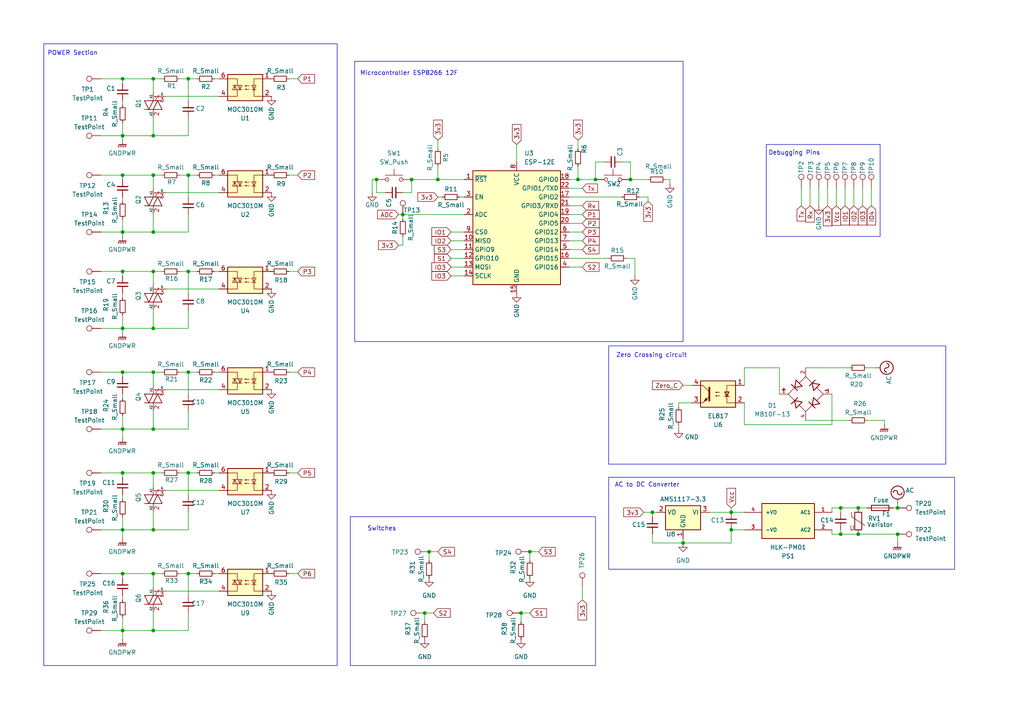
<source format=kicad_sch>
(kicad_sch (version 20231120) (generator "eeschema") (generator_version "8.0")
  (paper "A4")
  (lib_symbols
    (symbol "Connector:TestPoint" (pin_numbers hide) (pin_names (offset 0.762) hide)
      (property "Reference" "TP" (at 0 6.858 0))
      (property "Value" "TestPoint" (at 0 5.08 0))
      (symbol "TestPoint_1_1"
        (pin passive line (at 0 0 90) (length 2.54) (name "1") (number "1"))
      )
    )
    (symbol "Device:C_Small" (pin_numbers hide) (pin_names (offset 0.254) hide)
      (property "Reference" "C" (at 0.254 1.778 0))
      (property "Value" "C_Small" (at 0.254 -2.032 0))
      (symbol "C_Small_1_1"
        (pin passive line (at 0 2.54 270) (length 2.032) (name "~") (number "1"))
        (pin passive line (at 0 -2.54 90) (length 2.032) (name "~") (number "2"))
      )
    )
    (symbol "Device:Fuse" (pin_numbers hide) (pin_names (offset 0))
      (property "Reference" "F" (at 2.032 0 90))
      (property "Value" "Fuse" (at -1.905 0 90))
      (symbol "Fuse_1_1"
        (pin passive line (at 0 3.81 270) (length 1.27) (name "~") (number "1"))
        (pin passive line (at 0 -3.81 90) (length 1.27) (name "~") (number "2"))
      )
    )
    (symbol "Device:R_Small" (pin_numbers hide) (pin_names (offset 0.254) hide)
      (property "Reference" "R" (at 0.762 0.508 0))
      (property "Value" "R_Small" (at 0.762 -1.016 0))
      (symbol "R_Small_1_1"
        (pin passive line (at 0 2.54 270) (length 0.762) (name "~") (number "1"))
        (pin passive line (at 0 -2.54 90) (length 0.762) (name "~") (number "2"))
      )
    )
    (symbol "Device:Varistor" (pin_numbers hide) (pin_names (offset 0))
      (property "Reference" "RV" (at 3.175 0 90))
      (property "Value" "Varistor" (at -3.175 0 90))
      (symbol "Varistor_0_0"
        (text "U" (at -1.778 -2.032 0) (effects (font (size 1.27 1.27))))
      )
      (symbol "Varistor_1_1"
        (pin passive line (at 0 3.81 270) (length 1.27) (name "~") (number "1"))
        (pin passive line (at 0 -3.81 90) (length 1.27) (name "~") (number "2"))
      )
    )
    (symbol "HLK-PM01:HLK-PM01" (pin_names (offset 1.016))
      (property "Reference" "PS" (at -7.62 5.588 0))
      (property "Value" "HLK-PM01" (at -7.62 -7.112 0))
      (symbol "HLK-PM01_0_0"
        (pin input line (at -12.7 2.54 0) (length 5.08) (name "AC1") (number "1"))
        (pin input line (at -12.7 -2.54 0) (length 5.08) (name "AC2") (number "2"))
        (pin output line (at 12.7 -2.54 180) (length 5.08) (name "-VO") (number "3"))
        (pin output line (at 12.7 2.54 180) (length 5.08) (name "+VO") (number "4"))
      )
    )
    (symbol "Isolator:EL817" (pin_names (offset 1.016))
      (property "Reference" "U" (at -5.08 5.08 0))
      (property "Value" "EL817" (at 0 5.08 0))
      (symbol "EL817_1_1"
        (pin passive line (at -7.62 2.54 0) (length 2.54) (name "~") (number "1"))
        (pin passive line (at -7.62 -2.54 0) (length 2.54) (name "~") (number "2"))
        (pin passive line (at 7.62 -2.54 180) (length 2.54) (name "~") (number "3"))
        (pin passive line (at 7.62 2.54 180) (length 2.54) (name "~") (number "4"))
      )
    )
    (symbol "MB10F-13:MB10F-13" (pin_names (offset 1.016))
      (property "Reference" "D" (at 5.08 5.08 0))
      (property "Value" "MB10F-13" (at 5.08 -7.62 0))
      (symbol "MB10F-13_0_0"
        (pin passive line (at -7.62 0 0) (length 2.54) (name "~") (number "1"))
        (pin passive line (at 0 7.62 270) (length 2.54) (name "~") (number "2"))
        (pin passive line (at 7.62 0 180) (length 2.54) (name "~") (number "3"))
        (pin passive line (at 0 -7.62 90) (length 2.54) (name "~") (number "4"))
      )
    )
    (symbol "RF_Module:ESP-12E"
      (property "Reference" "U" (at -12.7 19.05 0))
      (property "Value" "ESP-12E" (at 12.7 19.05 0))
      (symbol "ESP-12E_1_1"
        (pin input line (at -15.24 15.24 0) (length 2.54) (name "~{RST}") (number "1"))
        (pin bidirectional line (at -15.24 -2.54 0) (length 2.54) (name "MISO") (number "10"))
        (pin bidirectional line (at -15.24 -5.08 0) (length 2.54) (name "GPIO9") (number "11"))
        (pin bidirectional line (at -15.24 -7.62 0) (length 2.54) (name "GPIO10") (number "12"))
        (pin bidirectional line (at -15.24 -10.16 0) (length 2.54) (name "MOSI") (number "13"))
        (pin bidirectional line (at -15.24 -12.7 0) (length 2.54) (name "SCLK") (number "14"))
        (pin power_in line (at 0 -17.78 90) (length 2.54) (name "GND") (number "15"))
        (pin bidirectional line (at 15.24 -7.62 180) (length 2.54) (name "GPIO15") (number "16"))
        (pin bidirectional line (at 15.24 10.16 180) (length 2.54) (name "GPIO2") (number "17"))
        (pin bidirectional line (at 15.24 15.24 180) (length 2.54) (name "GPIO0") (number "18"))
        (pin bidirectional line (at 15.24 5.08 180) (length 2.54) (name "GPIO4") (number "19"))
        (pin input line (at -15.24 5.08 0) (length 2.54) (name "ADC") (number "2"))
        (pin bidirectional line (at 15.24 2.54 180) (length 2.54) (name "GPIO5") (number "20"))
        (pin bidirectional line (at 15.24 7.62 180) (length 2.54) (name "GPIO3/RXD") (number "21"))
        (pin bidirectional line (at 15.24 12.7 180) (length 2.54) (name "GPIO1/TXD") (number "22"))
        (pin input line (at -15.24 10.16 0) (length 2.54) (name "EN") (number "3"))
        (pin bidirectional line (at 15.24 -10.16 180) (length 2.54) (name "GPIO16") (number "4"))
        (pin bidirectional line (at 15.24 -5.08 180) (length 2.54) (name "GPIO14") (number "5"))
        (pin bidirectional line (at 15.24 0 180) (length 2.54) (name "GPIO12") (number "6"))
        (pin bidirectional line (at 15.24 -2.54 180) (length 2.54) (name "GPIO13") (number "7"))
        (pin power_in line (at 0 20.32 270) (length 2.54) (name "VCC") (number "8"))
        (pin input line (at -15.24 0 0) (length 2.54) (name "CS0") (number "9"))
      )
    )
    (symbol "Regulator_Linear:AMS1117-3.3"
      (property "Reference" "U" (at -3.81 3.175 0))
      (property "Value" "AMS1117-3.3" (at 0 3.175 0))
      (symbol "AMS1117-3.3_1_1"
        (pin power_in line (at 0 -7.62 90) (length 2.54) (name "GND") (number "1"))
        (pin power_out line (at 7.62 0 180) (length 2.54) (name "VO") (number "2"))
        (pin power_in line (at -7.62 0 0) (length 2.54) (name "VI") (number "3"))
      )
    )
    (symbol "Relay_SolidState:MOC3010M"
      (property "Reference" "U" (at -5.334 4.826 0))
      (property "Value" "MOC3010M" (at 0 5.08 0))
      (symbol "MOC3010M_1_1"
        (pin passive line (at -7.62 2.54 0) (length 2.54) (name "~") (number "1"))
        (pin passive line (at -7.62 -2.54 0) (length 2.54) (name "~") (number "2"))
        (pin no_connect line (at -5.08 0 0) (length 2.54) hide (name "NC") (number "3"))
        (pin passive line (at 7.62 -2.54 180) (length 2.54) (name "~") (number "4"))
        (pin no_connect line (at 5.08 0 180) (length 2.54) hide (name "NC") (number "5"))
        (pin passive line (at 7.62 2.54 180) (length 2.54) (name "~") (number "6"))
      )
    )
    (symbol "Switch:SW_Push" (pin_numbers hide) (pin_names (offset 1.016) hide)
      (property "Reference" "SW" (at 1.27 2.54 0))
      (property "Value" "SW_Push" (at 0 -1.524 0))
      (symbol "SW_Push_0_1"
        (pin passive line (at -5.08 0 0) (length 2.54) (name "1") (number "1"))
        (pin passive line (at 5.08 0 180) (length 2.54) (name "2") (number "2"))
      )
    )
    (symbol "Triac_Thyristor:BTA16-600B" (pin_names (offset 0))
      (property "Reference" "Q" (at 5.08 1.905 0))
      (property "Value" "BTA16-600B" (at 5.08 0 0))
      (symbol "BTA16-600B_1_1"
        (pin passive line (at 0 -3.81 90) (length 2.54) (name "A1") (number "1"))
        (pin passive line (at 0 3.81 270) (length 2.54) (name "A2") (number "2"))
        (pin input line (at -3.81 -2.54 0) (length 2.54) (name "G") (number "3"))
      )
    )
    (symbol "power:AC" (power) (pin_numbers hide) (pin_names (offset 0) hide)
      (property "Value" "AC" (at 0 6.35 0))
      (symbol "AC_1_1"
        (pin power_in line (at 0 0 90) (length 0) (name "~") (number "1"))
      )
    )
    (symbol "power:GND" (power) (pin_numbers hide) (pin_names (offset 0) hide)
      (property "Value" "GND" (at 0 -3.81 0))
      (symbol "GND_1_1"
        (pin power_in line (at 0 0 270) (length 0) (name "~") (number "1"))
      )
    )
    (symbol "power:GNDPWR" (power) (pin_numbers hide) (pin_names (offset 0) hide)
      (property "Value" "GNDPWR" (at 0 -3.302 0))
      (symbol "GNDPWR_1_1"
        (pin power_in line (at 0 0 270) (length 0) (name "~") (number "1"))
      )
    )
  )
  (junction (at 124.46 160.02))
  (junction (at 44.45 67.31))
  (junction (at 243.84 147.32))
  (junction (at 123.19 177.8))
  (junction (at 35.56 95.25))
  (junction (at 35.56 166.37))
  (junction (at 54.61 22.86))
  (junction (at 44.45 95.25))
  (junction (at 127 52.07))
  (junction (at 44.45 166.37))
  (junction (at 44.45 153.67))
  (junction (at 153.67 160.02))
  (junction (at 35.56 78.74))
  (junction (at 182.88 52.07))
  (junction (at 109.22 52.07))
  (junction (at 35.56 124.46))
  (junction (at 172.72 52.07))
  (junction (at 260.35 154.94))
  (junction (at 35.56 107.95))
  (junction (at 198.12 157.48))
  (junction (at 54.61 78.74))
  (junction (at 167.64 52.07))
  (junction (at 35.56 39.37))
  (junction (at 35.56 137.16))
  (junction (at 44.45 124.46))
  (junction (at 54.61 166.37))
  (junction (at 44.45 137.16))
  (junction (at 44.45 78.74))
  (junction (at 248.92 147.32))
  (junction (at 44.45 39.37))
  (junction (at 260.35 147.32))
  (junction (at 44.45 22.86))
  (junction (at 35.56 67.31))
  (junction (at 44.45 107.95))
  (junction (at 212.09 153.67))
  (junction (at 44.45 182.88))
  (junction (at 116.84 62.23))
  (junction (at 44.45 50.8))
  (junction (at 212.09 148.59))
  (junction (at 243.84 154.94))
  (junction (at 35.56 153.67))
  (junction (at 189.23 148.59))
  (junction (at 54.61 137.16))
  (junction (at 151.13 177.8))
  (junction (at 35.56 50.8))
  (junction (at 248.92 154.94))
  (junction (at 54.61 107.95))
  (junction (at 119.38 52.07))
  (junction (at 35.56 22.86))
  (junction (at 54.61 50.8))
  (junction (at 35.56 182.88))
  (wire (pts (xy 189.23 148.59) (xy 189.23 149.86)))
  (wire (pts (xy 116.84 62.23) (xy 134.62 62.23)))
  (wire (pts (xy 35.56 179.07) (xy 35.56 182.88)))
  (wire (pts (xy 54.61 182.88) (xy 44.45 182.88)))
  (wire (pts (xy 48.26 142.24) (xy 63.5 142.24)))
  (wire (pts (xy 151.13 177.8) (xy 153.67 177.8)))
  (wire (pts (xy 35.56 153.67) (xy 35.56 156.21)))
  (wire (pts (xy 165.1 57.15) (xy 180.34 57.15)))
  (wire (pts (xy 187.96 52.07) (xy 182.88 52.07)))
  (wire (pts (xy 151.13 177.8) (xy 151.13 180.34)))
  (wire (pts (xy 172.72 52.07) (xy 167.64 52.07)))
  (wire (pts (xy 35.56 149.86) (xy 35.56 153.67)))
  (wire (pts (xy 237.49 54.61) (xy 237.49 59.69)))
  (wire (pts (xy 165.1 69.85) (xy 168.91 69.85)))
  (wire (pts (xy 35.56 137.16) (xy 44.45 137.16)))
  (wire (pts (xy 111.76 55.88) (xy 109.22 55.88)))
  (wire (pts (xy 52.07 166.37) (xy 54.61 166.37)))
  (wire (pts (xy 83.82 50.8) (xy 86.36 50.8)))
  (wire (pts (xy 212.09 147.32) (xy 212.09 148.59)))
  (wire (pts (xy 232.41 54.61) (xy 232.41 59.69)))
  (wire (pts (xy 35.56 124.46) (xy 35.56 127)))
  (wire (pts (xy 54.61 137.16) (xy 57.15 137.16)))
  (wire (pts (xy 44.45 107.95) (xy 46.99 107.95)))
  (wire (pts (xy 107.95 52.07) (xy 107.95 55.88)))
  (wire (pts (xy 248.92 154.94) (xy 260.35 154.94)))
  (wire (pts (xy 48.26 55.88) (xy 63.5 55.88)))
  (wire (pts (xy 54.61 107.95) (xy 54.61 114.3)))
  (wire (pts (xy 250.19 54.61) (xy 250.19 59.69)))
  (wire (pts (xy 29.21 50.8) (xy 35.56 50.8)))
  (wire (pts (xy 259.08 147.32) (xy 260.35 147.32)))
  (wire (pts (xy 124.46 160.02) (xy 127 160.02)))
  (wire (pts (xy 54.61 34.29) (xy 54.61 39.37)))
  (wire (pts (xy 130.81 80.01) (xy 134.62 80.01)))
  (wire (pts (xy 167.64 48.26) (xy 167.64 52.07)))
  (wire (pts (xy 119.38 52.07) (xy 127 52.07)))
  (wire (pts (xy 35.56 35.56) (xy 35.56 39.37)))
  (wire (pts (xy 198.12 157.48) (xy 212.09 157.48)))
  (wire (pts (xy 35.56 182.88) (xy 35.56 185.42)))
  (wire (pts (xy 35.56 109.22) (xy 35.56 107.95)))
  (wire (pts (xy 48.26 171.45) (xy 63.5 171.45)))
  (wire (pts (xy 187.96 57.15) (xy 185.42 57.15)))
  (wire (pts (xy 233.68 106.68) (xy 246.38 106.68)))
  (wire (pts (xy 127 48.26) (xy 127 52.07)))
  (wire (pts (xy 35.56 95.25) (xy 35.56 96.52)))
  (wire (pts (xy 175.26 46.99) (xy 172.72 46.99)))
  (wire (pts (xy 35.56 95.25) (xy 44.45 95.25)))
  (wire (pts (xy 130.81 67.31) (xy 134.62 67.31)))
  (wire (pts (xy 35.56 24.13) (xy 35.56 22.86)))
  (wire (pts (xy 167.64 40.64) (xy 167.64 43.18)))
  (wire (pts (xy 35.56 30.48) (xy 35.56 29.21)))
  (wire (pts (xy 123.19 177.8) (xy 125.73 177.8)))
  (wire (pts (xy 196.85 116.84) (xy 200.66 116.84)))
  (wire (pts (xy 54.61 90.17) (xy 54.61 95.25)))
  (wire (pts (xy 241.3 148.59) (xy 241.3 147.32)))
  (wire (pts (xy 54.61 62.23) (xy 54.61 67.31)))
  (wire (pts (xy 35.56 39.37) (xy 44.45 39.37)))
  (wire (pts (xy 35.56 124.46) (xy 29.21 124.46)))
  (wire (pts (xy 44.45 107.95) (xy 44.45 111.76)))
  (wire (pts (xy 215.9 106.68) (xy 215.9 111.76)))
  (wire (pts (xy 52.07 22.86) (xy 54.61 22.86)))
  (wire (pts (xy 52.07 137.16) (xy 54.61 137.16)))
  (wire (pts (xy 226.06 106.68) (xy 226.06 114.3)))
  (wire (pts (xy 29.21 107.95) (xy 35.56 107.95)))
  (wire (pts (xy 35.56 78.74) (xy 44.45 78.74)))
  (wire (pts (xy 189.23 157.48) (xy 198.12 157.48)))
  (wire (pts (xy 115.57 71.12) (xy 116.84 71.12)))
  (wire (pts (xy 212.09 153.67) (xy 215.9 153.67)))
  (wire (pts (xy 29.21 137.16) (xy 35.56 137.16)))
  (wire (pts (xy 54.61 50.8) (xy 54.61 57.15)))
  (wire (pts (xy 260.35 146.05) (xy 260.35 147.32)))
  (wire (pts (xy 234.95 54.61) (xy 234.95 59.69)))
  (wire (pts (xy 256.54 121.92) (xy 256.54 123.19)))
  (wire (pts (xy 172.72 46.99) (xy 172.72 52.07)))
  (wire (pts (xy 130.81 74.93) (xy 134.62 74.93)))
  (wire (pts (xy 165.1 77.47) (xy 168.91 77.47)))
  (wire (pts (xy 54.61 153.67) (xy 44.45 153.67)))
  (wire (pts (xy 52.07 50.8) (xy 54.61 50.8)))
  (wire (pts (xy 130.81 72.39) (xy 134.62 72.39)))
  (wire (pts (xy 245.11 54.61) (xy 245.11 59.69)))
  (wire (pts (xy 212.09 157.48) (xy 212.09 153.67)))
  (wire (pts (xy 35.56 39.37) (xy 35.56 40.64)))
  (wire (pts (xy 54.61 22.86) (xy 54.61 29.21)))
  (wire (pts (xy 35.56 67.31) (xy 44.45 67.31)))
  (wire (pts (xy 233.68 121.92) (xy 246.38 121.92)))
  (wire (pts (xy 243.84 153.67) (xy 243.84 154.94)))
  (wire (pts (xy 186.69 148.59) (xy 189.23 148.59)))
  (wire (pts (xy 54.61 22.86) (xy 57.15 22.86)))
  (wire (pts (xy 243.84 147.32) (xy 243.84 148.59)))
  (wire (pts (xy 215.9 123.19) (xy 241.3 123.19)))
  (wire (pts (xy 109.22 55.88) (xy 109.22 52.07)))
  (wire (pts (xy 130.81 69.85) (xy 134.62 69.85)))
  (wire (pts (xy 35.56 173.99) (xy 35.56 172.72)))
  (wire (pts (xy 123.19 177.8) (xy 123.19 180.34)))
  (wire (pts (xy 29.21 22.86) (xy 35.56 22.86)))
  (wire (pts (xy 83.82 166.37) (xy 86.36 166.37)))
  (wire (pts (xy 54.61 78.74) (xy 54.61 85.09)))
  (wire (pts (xy 242.57 54.61) (xy 242.57 59.69)))
  (wire (pts (xy 116.84 55.88) (xy 119.38 55.88)))
  (wire (pts (xy 44.45 148.59) (xy 44.45 153.67)))
  (wire (pts (xy 198.12 156.21) (xy 198.12 157.48)))
  (wire (pts (xy 180.34 46.99) (xy 182.88 46.99)))
  (wire (pts (xy 35.56 67.31) (xy 29.21 67.31)))
  (wire (pts (xy 165.1 54.61) (xy 168.91 54.61)))
  (wire (pts (xy 187.96 58.42) (xy 187.96 57.15)))
  (wire (pts (xy 116.84 71.12) (xy 116.84 68.58)))
  (wire (pts (xy 44.45 22.86) (xy 44.45 26.67)))
  (wire (pts (xy 241.3 154.94) (xy 241.3 153.67)))
  (wire (pts (xy 35.56 95.25) (xy 29.21 95.25)))
  (wire (pts (xy 165.1 59.69) (xy 168.91 59.69)))
  (wire (pts (xy 54.61 166.37) (xy 54.61 172.72)))
  (wire (pts (xy 35.56 166.37) (xy 44.45 166.37)))
  (wire (pts (xy 35.56 124.46) (xy 44.45 124.46)))
  (wire (pts (xy 182.88 46.99) (xy 182.88 52.07)))
  (wire (pts (xy 54.61 78.74) (xy 57.15 78.74)))
  (wire (pts (xy 35.56 138.43) (xy 35.56 137.16)))
  (wire (pts (xy 133.35 57.15) (xy 134.62 57.15)))
  (wire (pts (xy 35.56 50.8) (xy 44.45 50.8)))
  (wire (pts (xy 48.26 27.94) (xy 63.5 27.94)))
  (wire (pts (xy 35.56 120.65) (xy 35.56 124.46)))
  (wire (pts (xy 83.82 22.86) (xy 86.36 22.86)))
  (wire (pts (xy 124.46 160.02) (xy 124.46 162.56)))
  (wire (pts (xy 35.56 115.57) (xy 35.56 114.3)))
  (wire (pts (xy 226.06 106.68) (xy 215.9 106.68)))
  (wire (pts (xy 83.82 137.16) (xy 86.36 137.16)))
  (wire (pts (xy 35.56 153.67) (xy 44.45 153.67)))
  (wire (pts (xy 260.35 154.94) (xy 260.35 157.48)))
  (wire (pts (xy 29.21 78.74) (xy 35.56 78.74)))
  (wire (pts (xy 153.67 160.02) (xy 156.21 160.02)))
  (wire (pts (xy 44.45 137.16) (xy 46.99 137.16)))
  (wire (pts (xy 44.45 137.16) (xy 44.45 140.97)))
  (wire (pts (xy 54.61 107.95) (xy 57.15 107.95)))
  (wire (pts (xy 243.84 147.32) (xy 248.92 147.32)))
  (wire (pts (xy 184.15 80.01) (xy 184.15 74.93)))
  (wire (pts (xy 48.26 83.82) (xy 63.5 83.82)))
  (wire (pts (xy 44.45 62.23) (xy 44.45 67.31)))
  (wire (pts (xy 35.56 153.67) (xy 29.21 153.67)))
  (wire (pts (xy 252.73 54.61) (xy 252.73 59.69)))
  (wire (pts (xy 48.26 113.03) (xy 63.5 113.03)))
  (wire (pts (xy 35.56 107.95) (xy 44.45 107.95)))
  (wire (pts (xy 62.23 137.16) (xy 63.5 137.16)))
  (wire (pts (xy 165.1 67.31) (xy 168.91 67.31)))
  (wire (pts (xy 54.61 177.8) (xy 54.61 182.88)))
  (wire (pts (xy 44.45 119.38) (xy 44.45 124.46)))
  (wire (pts (xy 205.74 148.59) (xy 212.09 148.59)))
  (wire (pts (xy 44.45 90.17) (xy 44.45 95.25)))
  (wire (pts (xy 62.23 107.95) (xy 63.5 107.95)))
  (wire (pts (xy 189.23 148.59) (xy 190.5 148.59)))
  (wire (pts (xy 215.9 116.84) (xy 215.9 123.19)))
  (wire (pts (xy 44.45 50.8) (xy 46.99 50.8)))
  (wire (pts (xy 62.23 78.74) (xy 63.5 78.74)))
  (wire (pts (xy 44.45 166.37) (xy 44.45 170.18)))
  (wire (pts (xy 256.54 121.92) (xy 251.46 121.92)))
  (wire (pts (xy 196.85 118.11) (xy 196.85 116.84)))
  (wire (pts (xy 62.23 50.8) (xy 63.5 50.8)))
  (wire (pts (xy 35.56 67.31) (xy 35.56 68.58)))
  (wire (pts (xy 248.92 154.94) (xy 243.84 154.94)))
  (wire (pts (xy 119.38 55.88) (xy 119.38 52.07)))
  (wire (pts (xy 248.92 147.32) (xy 251.46 147.32)))
  (wire (pts (xy 35.56 182.88) (xy 29.21 182.88)))
  (wire (pts (xy 54.61 39.37) (xy 44.45 39.37)))
  (wire (pts (xy 194.31 53.34) (xy 194.31 52.07)))
  (wire (pts (xy 54.61 50.8) (xy 57.15 50.8)))
  (wire (pts (xy 127 40.64) (xy 127 43.18)))
  (wire (pts (xy 54.61 119.38) (xy 54.61 124.46)))
  (wire (pts (xy 35.56 91.44) (xy 35.56 95.25)))
  (wire (pts (xy 35.56 58.42) (xy 35.56 57.15)))
  (wire (pts (xy 44.45 78.74) (xy 44.45 82.55)))
  (wire (pts (xy 243.84 154.94) (xy 241.3 154.94)))
  (wire (pts (xy 54.61 124.46) (xy 44.45 124.46)))
  (wire (pts (xy 44.45 177.8) (xy 44.45 182.88)))
  (wire (pts (xy 52.07 78.74) (xy 54.61 78.74)))
  (wire (pts (xy 240.03 54.61) (xy 240.03 59.69)))
  (wire (pts (xy 44.45 34.29) (xy 44.45 39.37)))
  (wire (pts (xy 189.23 154.94) (xy 189.23 157.48)))
  (wire (pts (xy 54.61 95.25) (xy 44.45 95.25)))
  (wire (pts (xy 83.82 78.74) (xy 86.36 78.74)))
  (wire (pts (xy 153.67 160.02) (xy 153.67 162.56)))
  (wire (pts (xy 116.84 62.23) (xy 116.84 63.5)))
  (wire (pts (xy 35.56 167.64) (xy 35.56 166.37)))
  (wire (pts (xy 168.91 173.99) (xy 168.91 170.18)))
  (wire (pts (xy 54.61 137.16) (xy 54.61 143.51)))
  (wire (pts (xy 35.56 22.86) (xy 44.45 22.86)))
  (wire (pts (xy 44.45 50.8) (xy 44.45 54.61)))
  (wire (pts (xy 165.1 62.23) (xy 168.91 62.23)))
  (wire (pts (xy 165.1 74.93) (xy 176.53 74.93)))
  (wire (pts (xy 62.23 22.86) (xy 63.5 22.86)))
  (wire (pts (xy 115.57 62.23) (xy 116.84 62.23)))
  (wire (pts (xy 241.3 147.32) (xy 243.84 147.32)))
  (wire (pts (xy 130.81 77.47) (xy 134.62 77.47)))
  (wire (pts (xy 62.23 166.37) (xy 63.5 166.37)))
  (wire (pts (xy 35.56 144.78) (xy 35.56 143.51)))
  (wire (pts (xy 35.56 80.01) (xy 35.56 78.74)))
  (wire (pts (xy 44.45 166.37) (xy 46.99 166.37)))
  (wire (pts (xy 35.56 52.07) (xy 35.56 50.8)))
  (wire (pts (xy 44.45 78.74) (xy 46.99 78.74)))
  (wire (pts (xy 198.12 111.76) (xy 200.66 111.76)))
  (wire (pts (xy 35.56 63.5) (xy 35.56 67.31)))
  (wire (pts (xy 52.07 107.95) (xy 54.61 107.95)))
  (wire (pts (xy 35.56 86.36) (xy 35.56 85.09)))
  (wire (pts (xy 127 57.15) (xy 128.27 57.15)))
  (wire (pts (xy 54.61 67.31) (xy 44.45 67.31)))
  (wire (pts (xy 44.45 22.86) (xy 46.99 22.86)))
  (wire (pts (xy 194.31 52.07) (xy 193.04 52.07)))
  (wire (pts (xy 241.3 123.19) (xy 241.3 114.3)))
  (wire (pts (xy 35.56 39.37) (xy 29.21 39.37)))
  (wire (pts (xy 254 106.68) (xy 251.46 106.68)))
  (wire (pts (xy 196.85 124.46) (xy 196.85 123.19)))
  (wire (pts (xy 165.1 64.77) (xy 168.91 64.77)))
  (wire (pts (xy 184.15 74.93) (xy 181.61 74.93)))
  (wire (pts (xy 149.86 41.91) (xy 149.86 46.99)))
  (wire (pts (xy 54.61 166.37) (xy 57.15 166.37)))
  (wire (pts (xy 212.09 148.59) (xy 215.9 148.59)))
  (wire (pts (xy 54.61 148.59) (xy 54.61 153.67)))
  (wire (pts (xy 165.1 52.07) (xy 167.64 52.07)))
  (wire (pts (xy 29.21 166.37) (xy 35.56 166.37)))
  (wire (pts (xy 35.56 182.88) (xy 44.45 182.88)))
  (wire (pts (xy 107.95 52.07) (xy 109.22 52.07)))
  (wire (pts (xy 134.62 52.07) (xy 127 52.07)))
  (wire (pts (xy 83.82 107.95) (xy 86.36 107.95)))
  (wire (pts (xy 165.1 72.39) (xy 168.91 72.39)))
  (wire (pts (xy 247.65 54.61) (xy 247.65 59.69)))
  (rectangle (start 222.25 41.91) (end 255.27 68.58))
  (rectangle (start 176.53 138.43) (end 276.86 165.1))
  (rectangle (start 12.7 12.7) (end 97.79 193.04))
  (rectangle (start 176.53 100.33) (end 274.32 134.62))
  (rectangle (start 101.6 149.86) (end 172.72 193.04))
  (rectangle (start 102.87 17.78) (end 198.12 99.06))
  (text "Switches\n" (at 110.744 153.416 0) (effects (font (size 1.27 1.27))))
  (text "AC to DC Converter" (at 187.706 140.716 0) (effects (font (size 1.27 1.27))))
  (text "Debugging Pins" (at 230.378 44.45 0) (effects (font (size 1.27 1.27))))
  (text "POWER Section" (at 21.082 15.494 0) (effects (font (size 1.27 1.27))))
  (text "Microcontroller ESP8266 12F\n" (at 118.618 21.336 0) (effects (font (size 1.27 1.27))))
  (text "Zero Crossing circuit\n" (at 188.976 103.124 0) (effects (font (size 1.27 1.27))))
  (global_label "Vcc" (shape input) (at 242.57 59.69 270) (property "Intersheetrefs" "${INTERSHEET_REFS}" (effects (hide yes))))
  (global_label "P2" (shape input) (at 168.91 64.77 0) (property "Intersheetrefs" "${INTERSHEET_REFS}" (effects (hide yes))))
  (global_label "P1" (shape input) (at 86.36 22.86 0) (property "Intersheetrefs" "${INTERSHEET_REFS}" (effects (hide yes))))
  (global_label "P3" (shape input) (at 86.36 78.74 0) (property "Intersheetrefs" "${INTERSHEET_REFS}" (effects (hide yes))))
  (global_label "P5" (shape input) (at 86.36 137.16 0) (property "Intersheetrefs" "${INTERSHEET_REFS}" (effects (hide yes))))
  (global_label "ADC" (shape input) (at 115.57 62.23 180) (property "Intersheetrefs" "${INTERSHEET_REFS}" (effects (hide yes))))
  (global_label "S4" (shape input) (at 168.91 72.39 0) (property "Intersheetrefs" "${INTERSHEET_REFS}" (effects (hide yes))))
  (global_label "3v3" (shape input) (at 149.86 41.91 90) (property "Intersheetrefs" "${INTERSHEET_REFS}" (effects (hide yes))))
  (global_label "P4" (shape input) (at 168.91 69.85 0) (property "Intersheetrefs" "${INTERSHEET_REFS}" (effects (hide yes))))
  (global_label "IO1" (shape input) (at 130.81 67.31 180) (property "Intersheetrefs" "${INTERSHEET_REFS}" (effects (hide yes))))
  (global_label "Vcc" (shape input) (at 212.09 147.32 90) (property "Intersheetrefs" "${INTERSHEET_REFS}" (effects (hide yes))))
  (global_label "P1" (shape input) (at 168.91 62.23 0) (property "Intersheetrefs" "${INTERSHEET_REFS}" (effects (hide yes))))
  (global_label "Tx" (shape input) (at 168.91 54.61 0) (property "Intersheetrefs" "${INTERSHEET_REFS}" (effects (hide yes))))
  (global_label "3v3" (shape input) (at 187.96 58.42 270) (property "Intersheetrefs" "${INTERSHEET_REFS}" (effects (hide yes))))
  (global_label "S2" (shape input) (at 125.73 177.8 0) (property "Intersheetrefs" "${INTERSHEET_REFS}" (effects (hide yes))))
  (global_label "S3" (shape input) (at 156.21 160.02 0) (property "Intersheetrefs" "${INTERSHEET_REFS}" (effects (hide yes))))
  (global_label "S2" (shape input) (at 168.91 77.47 0) (property "Intersheetrefs" "${INTERSHEET_REFS}" (effects (hide yes))))
  (global_label "3v3" (shape input) (at 167.64 40.64 90) (property "Intersheetrefs" "${INTERSHEET_REFS}" (effects (hide yes))))
  (global_label "S1" (shape input) (at 153.67 177.8 0) (property "Intersheetrefs" "${INTERSHEET_REFS}" (effects (hide yes))))
  (global_label "S4" (shape input) (at 127 160.02 0) (property "Intersheetrefs" "${INTERSHEET_REFS}" (effects (hide yes))))
  (global_label "IO2" (shape input) (at 130.81 69.85 180) (property "Intersheetrefs" "${INTERSHEET_REFS}" (effects (hide yes))))
  (global_label "P6" (shape input) (at 86.36 166.37 0) (property "Intersheetrefs" "${INTERSHEET_REFS}" (effects (hide yes))))
  (global_label "IO3" (shape input) (at 130.81 77.47 180) (property "Intersheetrefs" "${INTERSHEET_REFS}" (effects (hide yes))))
  (global_label "Zero_C" (shape input) (at 198.12 111.76 180) (property "Intersheetrefs" "${INTERSHEET_REFS}" (effects (hide yes))))
  (global_label "3v3" (shape input) (at 168.91 173.99 270) (property "Intersheetrefs" "${INTERSHEET_REFS}" (effects (hide yes))))
  (global_label "S3" (shape input) (at 130.81 72.39 180) (property "Intersheetrefs" "${INTERSHEET_REFS}" (effects (hide yes))))
  (global_label "3v3" (shape input) (at 240.03 59.69 270) (property "Intersheetrefs" "${INTERSHEET_REFS}" (effects (hide yes))))
  (global_label "P4" (shape input) (at 86.36 107.95 0) (property "Intersheetrefs" "${INTERSHEET_REFS}" (effects (hide yes))))
  (global_label "IO3" (shape input) (at 250.19 59.69 270) (property "Intersheetrefs" "${INTERSHEET_REFS}" (effects (hide yes))))
  (global_label "S1" (shape input) (at 130.81 74.93 180) (property "Intersheetrefs" "${INTERSHEET_REFS}" (effects (hide yes))))
  (global_label "P3" (shape input) (at 168.91 67.31 0) (property "Intersheetrefs" "${INTERSHEET_REFS}" (effects (hide yes))))
  (global_label "3v3" (shape input) (at 127 40.64 90) (property "Intersheetrefs" "${INTERSHEET_REFS}" (effects (hide yes))))
  (global_label "IO3" (shape input) (at 130.81 80.01 180) (property "Intersheetrefs" "${INTERSHEET_REFS}" (effects (hide yes))))
  (global_label "P2" (shape input) (at 86.36 50.8 0) (property "Intersheetrefs" "${INTERSHEET_REFS}" (effects (hide yes))))
  (global_label "IO1" (shape input) (at 245.11 59.69 270) (property "Intersheetrefs" "${INTERSHEET_REFS}" (effects (hide yes))))
  (global_label "Rx" (shape input) (at 234.95 59.69 270) (property "Intersheetrefs" "${INTERSHEET_REFS}" (effects (hide yes))))
  (global_label "3v3" (shape input) (at 186.69 148.59 180) (property "Intersheetrefs" "${INTERSHEET_REFS}" (effects (hide yes))))
  (global_label "Rx" (shape input) (at 168.91 59.69 0) (property "Intersheetrefs" "${INTERSHEET_REFS}" (effects (hide yes))))
  (global_label "Tx" (shape input) (at 232.41 59.69 270) (property "Intersheetrefs" "${INTERSHEET_REFS}" (effects (hide yes))))
  (global_label "IO2" (shape input) (at 247.65 59.69 270) (property "Intersheetrefs" "${INTERSHEET_REFS}" (effects (hide yes))))
  (global_label "3v3" (shape input) (at 115.57 71.12 180) (property "Intersheetrefs" "${INTERSHEET_REFS}" (effects (hide yes))))
  (global_label "IO4" (shape input) (at 252.73 59.69 270) (property "Intersheetrefs" "${INTERSHEET_REFS}" (effects (hide yes))))
  (global_label "3v3" (shape input) (at 127 57.15 180) (property "Intersheetrefs" "${INTERSHEET_REFS}" (effects (hide yes))))
  (symbol (lib_id "Connector:TestPoint") (at 252.73 54.61 0) (unit 1)
    (property "Reference" "TP10" (at 252.73 50.546 90) (effects (justify left)))
    (property "Value" "TestPoint" (effects (hide yes)))
    (property "Description" "test point" (effects (hide yes)))
  )
  (symbol (lib_id "power:GND") (at 78.74 55.88 0) (unit 1)
    (property "Reference" "#PWR05" (effects (hide yes)))
    (property "Value" "GND" (at 78.74 60.96 90))
    (property "Description" "Power symbol creates a global label with name \"GND\" , ground" (effects (hide yes)))
  )
  (symbol (lib_id "Triac_Thyristor:BTA16-600B") (at 44.45 173.99 180) (unit 1)
    (property "Reference" "Q6" (at 40.132 173.482 90))
    (property "Value" "BTA16-600B" (effects (hide yes)))
    (property "Footprint" "Package_TO_SOT_THT:TO-220-3_Vertical" (effects (hide yes)))
    (property "Datasheet" "https://www.st.com/resource/en/datasheet/bta16.pdf" (effects (hide yes)))
    (property "Description" "16A RMS, 600V Off-State Voltage, 50mA Sensitivity, Insulated, Triac, TO-220" (effects (hide yes)))
  )
  (symbol (lib_id "Device:R_Small") (at 196.85 120.65 0) (unit 1)
    (property "Reference" "R25" (at 192.024 120.142 90))
    (property "Value" "R_Small" (at 194.564 120.65 90))
    (property "Description" "Resistor, small symbol" (effects (hide yes)))
  )
  (symbol (lib_id "Device:C_Small") (at 54.61 31.75 180) (unit 1)
    (property "Reference" "C2" (at 59.436 31.496 0) (effects (justify left)))
    (property "Value" "C_Small" (effects (hide yes)))
    (property "Description" "Unpolarized capacitor, small symbol" (effects (hide yes)))
  )
  (symbol (lib_id "power:GND") (at 196.85 124.46 0) (unit 1)
    (property "Reference" "#PWR015" (effects (hide yes)))
    (property "Value" "GND" (at 200.66 126.746 0))
    (property "Description" "Power symbol creates a global label with name \"GND\" , ground" (effects (hide yes)))
  )
  (symbol (lib_id "Device:R_Small") (at 35.56 176.53 0) (unit 1)
    (property "Reference" "R36" (at 30.734 176.022 90))
    (property "Value" "R_Small" (at 33.274 176.53 90))
    (property "Description" "Resistor, small symbol" (effects (hide yes)))
  )
  (symbol (lib_id "power:GND") (at 123.19 185.42 0) (unit 1)
    (property "Reference" "#PWR026" (effects (hide yes)))
    (property "Value" "GND" (at 123.19 190.5 0))
    (property "Description" "Power symbol creates a global label with name \"GND\" , ground" (effects (hide yes)))
  )
  (symbol (lib_id "Device:C_Small") (at 243.84 151.13 180) (unit 1)
    (property "Reference" "C14" (at 241.808 150.876 0) (effects (justify left)))
    (property "Value" "C_Small" (effects (hide yes)))
    (property "Description" "Unpolarized capacitor, small symbol" (effects (hide yes)))
  )
  (symbol (lib_id "Device:C_Small") (at 35.56 54.61 180) (unit 1)
    (property "Reference" "C4" (at 33.528 53.594 0) (effects (justify left)))
    (property "Value" "C_Small" (effects (hide yes)))
    (property "Description" "Unpolarized capacitor, small symbol" (effects (hide yes)))
  )
  (symbol (lib_id "Connector:TestPoint") (at 260.35 147.32 270) (unit 1)
    (property "Reference" "TP20" (at 265.43 146.0499 90) (effects (justify left)))
    (property "Value" "TestPoint" (at 265.43 148.5899 90) (effects (justify left)))
    (property "Description" "test point" (effects (hide yes)))
  )
  (symbol (lib_id "Device:R_Small") (at 179.07 74.93 90) (unit 1)
    (property "Reference" "R15" (at 179.07 72.644 90))
    (property "Value" "R_Small" (at 179.07 77.216 90))
    (property "Description" "Resistor, small symbol" (effects (hide yes)))
  )
  (symbol (lib_id "Switch:SW_Push") (at 177.8 52.07 0) (unit 1)
    (property "Reference" "SW2" (at 178.054 53.34 0))
    (property "Value" "SW_Push" (effects (hide yes)))
    (property "Description" "Push button switch, generic, two pins" (effects (hide yes)))
  )
  (symbol (lib_id "Device:C_Small") (at 54.61 116.84 180) (unit 1)
    (property "Reference" "C10" (at 59.436 116.586 0) (effects (justify left)))
    (property "Value" "C_Small" (effects (hide yes)))
    (property "Description" "Unpolarized capacitor, small symbol" (effects (hide yes)))
  )
  (symbol (lib_id "Device:R_Small") (at 49.53 137.16 270) (unit 1)
    (property "Reference" "R27" (at 49.784 139.192 90))
    (property "Value" "R_Small" (at 49.53 134.874 90))
    (property "Description" "Resistor, small symbol" (effects (hide yes)))
  )
  (symbol (lib_id "Device:C_Small") (at 54.61 87.63 180) (unit 1)
    (property "Reference" "C8" (at 59.436 87.376 0) (effects (justify left)))
    (property "Value" "C_Small" (effects (hide yes)))
    (property "Description" "Unpolarized capacitor, small symbol" (effects (hide yes)))
  )
  (symbol (lib_id "Connector:TestPoint") (at 29.21 50.8 90) (unit 1)
    (property "Reference" "TP12" (at 25.4 53.848 90))
    (property "Value" "TestPoint" (at 25.4 56.388 90))
    (property "Description" "test point" (effects (hide yes)))
  )
  (symbol (lib_id "Relay_SolidState:MOC3010M") (at 71.12 81.28 0) (mirror y) (unit 1)
    (property "Reference" "U4" (at 71.12 90.17 0))
    (property "Value" "MOC3010M" (at 71.12 87.63 0))
    (property "Datasheet" "https://www.onsemi.com/pub/Collateral/MOC3023M-D.PDF" (effects (hide yes)))
    (property "Description" "Random Phase Opto-Triac, Vdrm 250V, Ift 15mA, DIP6" (effects (hide yes)))
  )
  (symbol (lib_id "Connector:TestPoint") (at 123.19 177.8 90) (unit 1)
    (property "Reference" "TP27" (at 117.983 177.927 90) (effects (justify left)))
    (property "Value" "TestPoint" (effects (hide yes)))
    (property "Description" "test point" (effects (hide yes)))
  )
  (symbol (lib_id "Triac_Thyristor:BTA16-600B") (at 44.45 115.57 180) (unit 1)
    (property "Reference" "Q4" (at 40.132 115.062 90))
    (property "Value" "BTA16-600B" (effects (hide yes)))
    (property "Footprint" "Package_TO_SOT_THT:TO-220-3_Vertical" (effects (hide yes)))
    (property "Datasheet" "https://www.st.com/resource/en/datasheet/bta16.pdf" (effects (hide yes)))
    (property "Description" "16A RMS, 600V Off-State Voltage, 50mA Sensitivity, Insulated, Triac, TO-220" (effects (hide yes)))
  )
  (symbol (lib_id "power:GNDPWR") (at 256.54 123.19 0) (unit 1)
    (property "Reference" "#PWR014" (effects (hide yes)))
    (property "Value" "GNDPWR" (at 256.413 127 0))
    (property "Description" "Power symbol creates a global label with name \"GNDPWR\" , global ground" (effects (hide yes)))
  )
  (symbol (lib_id "Device:R_Small") (at 49.53 78.74 270) (unit 1)
    (property "Reference" "R16" (at 49.784 80.772 90))
    (property "Value" "R_Small" (at 49.53 76.454 90))
    (property "Description" "Resistor, small symbol" (effects (hide yes)))
  )
  (symbol (lib_id "power:AC") (at 254 106.68 270) (unit 1)
    (property "Reference" "#PWR012" (effects (hide yes)))
    (property "Value" "AC" (at 257.81 110.236 0))
    (property "Description" "Power symbol creates a global label with name \"AC\"" (effects (hide yes)))
  )
  (symbol (lib_id "Device:R_Small") (at 35.56 33.02 0) (unit 1)
    (property "Reference" "R4" (at 30.734 32.512 90))
    (property "Value" "R_Small" (at 33.274 33.02 90))
    (property "Description" "Resistor, small symbol" (effects (hide yes)))
  )
  (symbol (lib_id "power:GND") (at 198.12 157.48 0) (unit 1)
    (property "Reference" "#PWR020" (effects (hide yes)))
    (property "Value" "GND" (at 198.12 162.56 0))
    (property "Description" "Power symbol creates a global label with name \"GND\" , ground" (effects (hide yes)))
  )
  (symbol (lib_id "Connector:TestPoint") (at 29.21 107.95 90) (unit 1)
    (property "Reference" "TP17" (at 25.4 110.998 90))
    (property "Value" "TestPoint" (at 25.4 113.538 90))
    (property "Description" "test point" (effects (hide yes)))
  )
  (symbol (lib_id "Triac_Thyristor:BTA16-600B") (at 44.45 86.36 180) (unit 1)
    (property "Reference" "Q3" (at 40.132 85.852 90))
    (property "Value" "BTA16-600B" (effects (hide yes)))
    (property "Footprint" "Package_TO_SOT_THT:TO-220-3_Vertical" (effects (hide yes)))
    (property "Datasheet" "https://www.st.com/resource/en/datasheet/bta16.pdf" (effects (hide yes)))
    (property "Description" "16A RMS, 600V Off-State Voltage, 50mA Sensitivity, Insulated, Triac, TO-220" (effects (hide yes)))
  )
  (symbol (lib_id "Connector:TestPoint") (at 29.21 67.31 90) (unit 1)
    (property "Reference" "TP14" (at 25.908 62.23 90))
    (property "Value" "TestPoint" (at 25.908 64.77 90))
    (property "Description" "test point" (effects (hide yes)))
  )
  (symbol (lib_id "MB10F-13:MB10F-13") (at 233.68 114.3 0) (unit 1)
    (property "Reference" "D1" (at 224.028 117.602 0))
    (property "Value" "MB10F-13" (at 224.028 120.142 0))
    (property "Footprint" "MB10F-13:DIOB_MB10F-13" (effects (hide yes)))
    (property "MF" "Diodes Inc." (effects (hide yes)))
    (property "MAXIMUM_PACKAGE_HEIGHT" "1.8 mm" (effects (hide yes)))
    (property "Package" "SMD-4 Diodes Inc." (effects (hide yes)))
    (property "Price" "None" (effects (hide yes)))
    (property "Check_prices" "https://www.snapeda.com/parts/MB10F-13/Diodes+Inc./view-part/?ref=eda" (effects (hide yes)))
    (property "STANDARD" "Manufacturer Recommendations" (effects (hide yes)))
    (property "PARTREV" "3 - 2" (effects (hide yes)))
    (property "SnapEDA_Link" "https://www.snapeda.com/parts/MB10F-13/Diodes+Inc./view-part/?ref=snap" (effects (hide yes)))
    (property "MP" "MB10F-13" (effects (hide yes)))
    (property "Purchase-URL" "https://www.snapeda.com/api/url_track_click_mouser/?unipart_id=1301322&manufacturer=Diodes Inc.&part_name=MB10F-13&search_term=None" (effects (hide yes)))
    (property "Description_1" "\nBridge Rectifier Single Phase Standard 1 kV Surface Mount MBF\n" (effects (hide yes)))
    (property "Availability" "In Stock" (effects (hide yes)))
    (property "MANUFACTURER" "Diodes Inc." (effects (hide yes)))
  )
  (symbol (lib_id "Device:C_Small") (at 54.61 59.69 180) (unit 1)
    (property "Reference" "C6" (at 59.436 59.436 0) (effects (justify left)))
    (property "Value" "C_Small" (effects (hide yes)))
    (property "Description" "Unpolarized capacitor, small symbol" (effects (hide yes)))
  )
  (symbol (lib_id "Device:C_Small") (at 35.56 140.97 180) (unit 1)
    (property "Reference" "C11" (at 33.528 139.954 0) (effects (justify left)))
    (property "Value" "C_Small" (effects (hide yes)))
    (property "Description" "Unpolarized capacitor, small symbol" (effects (hide yes)))
  )
  (symbol (lib_id "Device:C_Small") (at 54.61 146.05 180) (unit 1)
    (property "Reference" "C12" (at 59.436 145.796 0) (effects (justify left)))
    (property "Value" "C_Small" (effects (hide yes)))
    (property "Description" "Unpolarized capacitor, small symbol" (effects (hide yes)))
  )
  (symbol (lib_id "Device:R_Small") (at 59.69 22.86 270) (unit 1)
    (property "Reference" "R2" (at 59.69 25.146 90))
    (property "Value" "R_Small" (at 59.69 20.574 90))
    (property "Description" "Resistor, small symbol" (effects (hide yes)))
  )
  (symbol (lib_id "Connector:TestPoint") (at 29.21 95.25 90) (unit 1)
    (property "Reference" "TP16" (at 25.908 90.17 90))
    (property "Value" "TestPoint" (at 25.908 92.71 90))
    (property "Description" "test point" (effects (hide yes)))
  )
  (symbol (lib_id "Connector:TestPoint") (at 237.49 54.61 0) (unit 1)
    (property "Reference" "TP4" (at 237.49 50.546 90) (effects (justify left)))
    (property "Value" "TestPoint" (effects (hide yes)))
    (property "Description" "test point" (effects (hide yes)))
  )
  (symbol (lib_id "Relay_SolidState:MOC3010M") (at 71.12 110.49 0) (mirror y) (unit 1)
    (property "Reference" "U5" (at 71.12 119.38 0))
    (property "Value" "MOC3010M" (at 71.12 116.84 0))
    (property "Datasheet" "https://www.onsemi.com/pub/Collateral/MOC3023M-D.PDF" (effects (hide yes)))
    (property "Description" "Random Phase Opto-Triac, Vdrm 250V, Ift 15mA, DIP6" (effects (hide yes)))
  )
  (symbol (lib_id "power:GNDPWR") (at 35.56 127 0) (unit 1)
    (property "Reference" "#PWR016" (effects (hide yes)))
    (property "Value" "GNDPWR" (at 35.433 130.81 0))
    (property "Description" "Power symbol creates a global label with name \"GNDPWR\" , global ground" (effects (hide yes)))
  )
  (symbol (lib_id "Device:R_Small") (at 248.92 121.92 270) (unit 1)
    (property "Reference" "R26" (at 249.428 117.094 90))
    (property "Value" "R_Small" (at 248.92 119.634 90))
    (property "Description" "Resistor, small symbol" (effects (hide yes)))
  )
  (symbol (lib_id "Connector:TestPoint") (at 124.46 160.02 90) (unit 1)
    (property "Reference" "TP23" (at 118.491 160.147 90) (effects (justify left)))
    (property "Value" "TestPoint" (effects (hide yes)))
    (property "Description" "test point" (effects (hide yes)))
  )
  (symbol (lib_id "Device:Fuse") (at 255.27 147.32 90) (unit 1)
    (property "Reference" "F1" (at 257.048 149.098 90))
    (property "Value" "Fuse" (at 255.524 145.034 90))
    (property "Description" "Fuse" (effects (hide yes)))
  )
  (symbol (lib_id "Device:C_Small") (at 35.56 82.55 180) (unit 1)
    (property "Reference" "C7" (at 33.528 81.534 0) (effects (justify left)))
    (property "Value" "C_Small" (effects (hide yes)))
    (property "Description" "Unpolarized capacitor, small symbol" (effects (hide yes)))
  )
  (symbol (lib_id "power:GNDPWR") (at 35.56 96.52 0) (unit 1)
    (property "Reference" "#PWR011" (effects (hide yes)))
    (property "Value" "GNDPWR" (at 35.433 100.33 0))
    (property "Description" "Power symbol creates a global label with name \"GNDPWR\" , global ground" (effects (hide yes)))
  )
  (symbol (lib_id "Device:R_Small") (at 59.69 50.8 270) (unit 1)
    (property "Reference" "R8" (at 59.69 53.086 90))
    (property "Value" "R_Small" (at 59.69 48.514 90))
    (property "Description" "Resistor, small symbol" (effects (hide yes)))
  )
  (symbol (lib_id "Device:R_Small") (at 59.69 78.74 270) (unit 1)
    (property "Reference" "R17" (at 59.69 81.026 90))
    (property "Value" "R_Small" (at 59.69 76.454 90))
    (property "Description" "Resistor, small symbol" (effects (hide yes)))
  )
  (symbol (lib_id "Device:R_Small") (at 81.28 107.95 270) (unit 1)
    (property "Reference" "R23" (at 81.534 110.49 90))
    (property "Value" "R_Small" (at 81.28 105.664 90))
    (property "Description" "Resistor, small symbol" (effects (hide yes)))
  )
  (symbol (lib_id "Device:R_Small") (at 81.28 78.74 270) (unit 1)
    (property "Reference" "R18" (at 81.534 81.28 90))
    (property "Value" "R_Small" (at 81.28 76.454 90))
    (property "Description" "Resistor, small symbol" (effects (hide yes)))
  )
  (symbol (lib_id "Device:R_Small") (at 49.53 22.86 270) (unit 1)
    (property "Reference" "R1" (at 49.784 24.892 90))
    (property "Value" "R_Small" (at 49.53 20.574 90))
    (property "Description" "Resistor, small symbol" (effects (hide yes)))
  )
  (symbol (lib_id "power:GNDPWR") (at 35.56 156.21 0) (unit 1)
    (property "Reference" "#PWR019" (effects (hide yes)))
    (property "Value" "GNDPWR" (at 35.433 160.02 0))
    (property "Description" "Power symbol creates a global label with name \"GNDPWR\" , global ground" (effects (hide yes)))
  )
  (symbol (lib_id "Triac_Thyristor:BTA16-600B") (at 44.45 58.42 180) (unit 1)
    (property "Reference" "Q2" (at 40.132 57.912 90))
    (property "Value" "BTA16-600B" (effects (hide yes)))
    (property "Footprint" "Package_TO_SOT_THT:TO-220-3_Vertical" (effects (hide yes)))
    (property "Datasheet" "https://www.st.com/resource/en/datasheet/bta16.pdf" (effects (hide yes)))
    (property "Description" "16A RMS, 600V Off-State Voltage, 50mA Sensitivity, Insulated, Triac, TO-220" (effects (hide yes)))
  )
  (symbol (lib_id "Device:C_Small") (at 35.56 111.76 180) (unit 1)
    (property "Reference" "C9" (at 33.528 110.744 0) (effects (justify left)))
    (property "Value" "C_Small" (effects (hide yes)))
    (property "Description" "Unpolarized capacitor, small symbol" (effects (hide yes)))
  )
  (symbol (lib_id "power:GND") (at 78.74 113.03 0) (unit 1)
    (property "Reference" "#PWR013" (effects (hide yes)))
    (property "Value" "GND" (at 78.74 118.11 90))
    (property "Description" "Power symbol creates a global label with name \"GND\" , ground" (effects (hide yes)))
  )
  (symbol (lib_id "Device:R_Small") (at 81.28 22.86 270) (unit 1)
    (property "Reference" "R3" (at 81.534 25.4 90))
    (property "Value" "R_Small" (at 81.28 20.574 90))
    (property "Description" "Resistor, small symbol" (effects (hide yes)))
  )
  (symbol (lib_id "Device:R_Small") (at 35.56 118.11 0) (unit 1)
    (property "Reference" "R24" (at 30.734 117.602 90))
    (property "Value" "R_Small" (at 33.274 118.11 90))
    (property "Description" "Resistor, small symbol" (effects (hide yes)))
  )
  (symbol (lib_id "power:GND") (at 194.31 53.34 0) (unit 1)
    (property "Reference" "#PWR04" (effects (hide yes)))
    (property "Value" "GND" (at 194.31 58.42 90))
    (property "Description" "Power symbol creates a global label with name \"GND\" , ground" (effects (hide yes)))
  )
  (symbol (lib_id "power:GND") (at 107.95 55.88 0) (unit 1)
    (property "Reference" "#PWR06" (effects (hide yes)))
    (property "Value" "GND" (at 107.95 59.436 0))
    (property "Description" "Power symbol creates a global label with name \"GND\" , ground" (effects (hide yes)))
  )
  (symbol (lib_id "Device:R_Small") (at 49.53 50.8 270) (unit 1)
    (property "Reference" "R7" (at 49.784 52.832 90))
    (property "Value" "R_Small" (at 49.53 48.514 90))
    (property "Description" "Resistor, small symbol" (effects (hide yes)))
  )
  (symbol (lib_id "Connector:TestPoint") (at 240.03 54.61 0) (unit 1)
    (property "Reference" "TP5" (at 240.03 50.546 90) (effects (justify left)))
    (property "Value" "TestPoint" (effects (hide yes)))
    (property "Description" "test point" (effects (hide yes)))
  )
  (symbol (lib_id "Device:C_Small") (at 114.3 55.88 90) (unit 1)
    (property "Reference" "C5" (at 112.776 60.198 0) (effects (justify left)))
    (property "Value" "C_Small" (effects (hide yes)))
    (property "Description" "Unpolarized capacitor, small symbol" (effects (hide yes)))
  )
  (symbol (lib_id "Connector:TestPoint") (at 151.13 177.8 90) (unit 1)
    (property "Reference" "TP28" (at 145.669 178.435 90) (effects (justify left)))
    (property "Value" "TestPoint" (effects (hide yes)))
    (property "Description" "test point" (effects (hide yes)))
  )
  (symbol (lib_id "Device:R_Small") (at 167.64 45.72 0) (unit 1)
    (property "Reference" "R6" (at 169.418 43.18 90))
    (property "Value" "R_Small" (at 165.354 45.72 90))
    (property "Description" "Resistor, small symbol" (effects (hide yes)))
  )
  (symbol (lib_id "power:GNDPWR") (at 35.56 40.64 0) (unit 1)
    (property "Reference" "#PWR03" (effects (hide yes)))
    (property "Value" "GNDPWR" (at 35.433 44.45 0))
    (property "Description" "Power symbol creates a global label with name \"GNDPWR\" , global ground" (effects (hide yes)))
  )
  (symbol (lib_id "Connector:TestPoint") (at 29.21 22.86 90) (unit 1)
    (property "Reference" "TP1" (at 25.4 25.908 90))
    (property "Value" "TestPoint" (at 25.4 28.448 90))
    (property "Description" "test point" (effects (hide yes)))
  )
  (symbol (lib_id "Connector:TestPoint") (at 29.21 39.37 90) (unit 1)
    (property "Reference" "TP11" (at 25.908 34.29 90))
    (property "Value" "TestPoint" (at 25.908 36.83 90))
    (property "Description" "test point" (effects (hide yes)))
  )
  (symbol (lib_id "Connector:TestPoint") (at 234.95 54.61 0) (unit 1)
    (property "Reference" "TP3" (at 235.204 50.292 90) (effects (justify left)))
    (property "Value" "TestPoint" (effects (hide yes)))
    (property "Description" "test point" (effects (hide yes)))
  )
  (symbol (lib_id "power:GND") (at 237.49 59.69 0) (unit 1)
    (property "Reference" "#PWR02" (effects (hide yes)))
    (property "Value" "GND" (at 237.49 64.77 90))
    (property "Description" "Power symbol creates a global label with name \"GND\" , ground" (effects (hide yes)))
  )
  (symbol (lib_id "power:GND") (at 124.46 167.64 0) (unit 1)
    (property "Reference" "#PWR022" (effects (hide yes)))
    (property "Value" "GND" (at 124.46 172.72 0))
    (property "Description" "Power symbol creates a global label with name \"GND\" , ground" (effects (hide yes)))
  )
  (symbol (lib_id "Device:R_Small") (at 59.69 137.16 270) (unit 1)
    (property "Reference" "R28" (at 59.69 139.446 90))
    (property "Value" "R_Small" (at 59.69 134.874 90))
    (property "Description" "Resistor, small symbol" (effects (hide yes)))
  )
  (symbol (lib_id "Device:R_Small") (at 49.53 166.37 270) (unit 1)
    (property "Reference" "R33" (at 49.784 168.402 90))
    (property "Value" "R_Small" (at 49.53 164.084 90))
    (property "Description" "Resistor, small symbol" (effects (hide yes)))
  )
  (symbol (lib_id "Triac_Thyristor:BTA16-600B") (at 44.45 30.48 180) (unit 1)
    (property "Reference" "Q1" (at 40.132 29.972 90))
    (property "Value" "BTA16-600B" (effects (hide yes)))
    (property "Footprint" "Package_TO_SOT_THT:TO-220-3_Vertical" (effects (hide yes)))
    (property "Datasheet" "https://www.st.com/resource/en/datasheet/bta16.pdf" (effects (hide yes)))
    (property "Description" "16A RMS, 600V Off-State Voltage, 50mA Sensitivity, Insulated, Triac, TO-220" (effects (hide yes)))
  )
  (symbol (lib_id "power:GND") (at 78.74 142.24 0) (unit 1)
    (property "Reference" "#PWR017" (effects (hide yes)))
    (property "Value" "GND" (at 78.74 147.32 90))
    (property "Description" "Power symbol creates a global label with name \"GND\" , ground" (effects (hide yes)))
  )
  (symbol (lib_id "Connector:TestPoint") (at 29.21 124.46 90) (unit 1)
    (property "Reference" "TP18" (at 25.908 119.38 90))
    (property "Value" "TestPoint" (at 25.908 121.92 90))
    (property "Description" "test point" (effects (hide yes)))
  )
  (symbol (lib_id "Relay_SolidState:MOC3010M") (at 71.12 168.91 0) (mirror y) (unit 1)
    (property "Reference" "U9" (at 71.12 177.8 0))
    (property "Value" "MOC3010M" (at 71.12 175.26 0))
    (property "Datasheet" "https://www.onsemi.com/pub/Collateral/MOC3023M-D.PDF" (effects (hide yes)))
    (property "Description" "Random Phase Opto-Triac, Vdrm 250V, Ift 15mA, DIP6" (effects (hide yes)))
  )
  (symbol (lib_id "Device:C_Small") (at 177.8 46.99 270) (unit 1)
    (property "Reference" "C3" (at 179.832 42.672 0) (effects (justify left)))
    (property "Value" "C_Small" (effects (hide yes)))
    (property "Description" "Unpolarized capacitor, small symbol" (effects (hide yes)))
  )
  (symbol (lib_id "Device:R_Small") (at 130.81 57.15 90) (unit 1)
    (property "Reference" "R11" (at 130.81 54.864 90))
    (property "Value" "R_Small" (at 130.81 59.436 90))
    (property "Description" "Resistor, small symbol" (effects (hide yes)))
  )
  (symbol (lib_id "Device:R_Small") (at 81.28 166.37 270) (unit 1)
    (property "Reference" "R35" (at 81.534 168.91 90))
    (property "Value" "R_Small" (at 81.28 164.084 90))
    (property "Description" "Resistor, small symbol" (effects (hide yes)))
  )
  (symbol (lib_id "Connector:TestPoint") (at 260.35 154.94 270) (unit 1)
    (property "Reference" "TP22" (at 265.43 153.6699 90) (effects (justify left)))
    (property "Value" "TestPoint" (at 265.43 156.2099 90) (effects (justify left)))
    (property "Description" "test point" (effects (hide yes)))
  )
  (symbol (lib_id "Connector:TestPoint") (at 245.11 54.61 0) (unit 1)
    (property "Reference" "TP7" (at 245.11 50.546 90) (effects (justify left)))
    (property "Value" "TestPoint" (effects (hide yes)))
    (property "Description" "test point" (effects (hide yes)))
  )
  (symbol (lib_id "power:GND") (at 184.15 80.01 0) (unit 1)
    (property "Reference" "#PWR08" (effects (hide yes)))
    (property "Value" "GND" (at 184.15 85.09 90))
    (property "Description" "Power symbol creates a global label with name \"GND\" , ground" (effects (hide yes)))
  )
  (symbol (lib_id "power:GND") (at 149.86 85.09 0) (unit 1)
    (property "Reference" "#PWR010" (effects (hide yes)))
    (property "Value" "GND" (at 149.86 90.17 90))
    (property "Description" "Power symbol creates a global label with name \"GND\" , ground" (effects (hide yes)))
  )
  (symbol (lib_id "power:AC") (at 260.35 146.05 0) (unit 1)
    (property "Reference" "#PWR018" (effects (hide yes)))
    (property "Value" "AC" (at 263.906 142.24 0))
    (property "Description" "Power symbol creates a global label with name \"AC\"" (effects (hide yes)))
  )
  (symbol (lib_id "HLK-PM01:HLK-PM01") (at 228.6 151.13 0) (mirror y) (unit 1)
    (property "Reference" "PS1" (at 228.6 161.29 0))
    (property "Value" "HLK-PM01" (at 228.6 158.75 0))
    (property "Footprint" "HLK-PM01:CONV_HLK-PM01" (effects (hide yes)))
    (property "MF" "Hi-link" (effects (hide yes)))
    (property "MAXIMUM_PACKAGE_HEIGHT" "15 mm" (effects (hide yes)))
    (property "Package" "None" (effects (hide yes)))
    (property "Price" "None" (effects (hide yes)))
    (property "Check_prices" "https://www.snapeda.com/parts/hlk-pm01/Hi-link/view-part/?ref=eda" (effects (hide yes)))
    (property "STANDARD" "Manufacturer Recommendation" (effects (hide yes)))
    (property "SnapEDA_Link" "https://www.snapeda.com/parts/hlk-pm01/Hi-link/view-part/?ref=snap" (effects (hide yes)))
    (property "MP" "hlk-pm01" (effects (hide yes)))
    (property "Description_1" "\nThe HLK-PM01 is a small size low cost AC to DC converter which can take in 110V/220V AC at 50/60 Hz and give 5V 3W output. The module is can be used in designs which run on 5V and needs to be powered form the AC mains.\n" (effects (hide yes)))
    (property "MANUFACTURER" "Hi-link" (effects (hide yes)))
    (property "Availability" "Not in stock" (effects (hide yes)))
    (property "SNAPEDA_PN" "hlk-pm01" (effects (hide yes)))
  )
  (symbol (lib_id "power:GNDPWR") (at 260.35 157.48 0) (unit 1)
    (property "Reference" "#PWR021" (effects (hide yes)))
    (property "Value" "GNDPWR" (at 260.223 161.29 0))
    (property "Description" "Power symbol creates a global label with name \"GNDPWR\" , global ground" (effects (hide yes)))
  )
  (symbol (lib_id "Device:R_Small") (at 153.67 165.1 0) (unit 1)
    (property "Reference" "R32" (at 148.844 164.592 90))
    (property "Value" "R_Small" (at 151.384 165.1 90))
    (property "Description" "Resistor, small symbol" (effects (hide yes)))
  )
  (symbol (lib_id "Connector:TestPoint") (at 247.65 54.61 0) (unit 1)
    (property "Reference" "TP8" (at 247.65 50.546 90) (effects (justify left)))
    (property "Value" "TestPoint" (effects (hide yes)))
    (property "Description" "test point" (effects (hide yes)))
  )
  (symbol (lib_id "Device:C_Small") (at 212.09 151.13 180) (unit 1)
    (property "Reference" "C13" (at 210.058 150.876 0) (effects (justify left)))
    (property "Value" "C_Small" (effects (hide yes)))
    (property "Description" "Unpolarized capacitor, small symbol" (effects (hide yes)))
  )
  (symbol (lib_id "Device:R_Small") (at 35.56 60.96 0) (unit 1)
    (property "Reference" "R13" (at 30.734 60.452 90))
    (property "Value" "R_Small" (at 33.274 60.96 90))
    (property "Description" "Resistor, small symbol" (effects (hide yes)))
  )
  (symbol (lib_id "Device:R_Small") (at 81.28 137.16 270) (unit 1)
    (property "Reference" "R29" (at 81.534 139.7 90))
    (property "Value" "R_Small" (at 81.28 134.874 90))
    (property "Description" "Resistor, small symbol" (effects (hide yes)))
  )
  (symbol (lib_id "power:GND") (at 151.13 185.42 0) (unit 1)
    (property "Reference" "#PWR027" (effects (hide yes)))
    (property "Value" "GND" (at 151.13 190.5 0))
    (property "Description" "Power symbol creates a global label with name \"GND\" , ground" (effects (hide yes)))
  )
  (symbol (lib_id "power:GND") (at 78.74 27.94 0) (unit 1)
    (property "Reference" "#PWR01" (effects (hide yes)))
    (property "Value" "GND" (at 78.74 33.02 90))
    (property "Description" "Power symbol creates a global label with name \"GND\" , ground" (effects (hide yes)))
  )
  (symbol (lib_id "Device:R_Small") (at 182.88 57.15 90) (unit 1)
    (property "Reference" "R12" (at 183.642 55.372 90))
    (property "Value" "R_Small" (at 182.626 59.182 90))
    (property "Description" "Resistor, small symbol" (effects (hide yes)))
  )
  (symbol (lib_id "Isolator:EL817") (at 208.28 114.3 0) (mirror y) (unit 1)
    (property "Reference" "U6" (at 208.28 123.19 0))
    (property "Value" "EL817" (at 208.28 120.65 0))
    (property "Footprint" "Package_DIP:DIP-4_W7.62mm" (effects (hide yes)))
    (property "Datasheet" "http://www.everlight.com/file/ProductFile/EL817.pdf" (effects (hide yes)))
    (property "Description" "DC Optocoupler, Vce 35V, DIP-4" (effects (hide yes)))
  )
  (symbol (lib_id "RF_Module:ESP-12E") (at 149.86 67.31 0) (unit 1)
    (property "Reference" "U3" (at 152.0541 44.45 0) (effects (justify left)))
    (property "Value" "ESP-12E" (at 152.0541 46.99 0) (effects (justify left)))
    (property "Footprint" "RF_Module:ESP-12E" (effects (hide yes)))
    (property "Datasheet" "http://wiki.ai-thinker.com/_media/esp8266/esp8266_series_modules_user_manual_v1.1.pdf" (effects (hide yes)))
    (property "Description" "802.11 b/g/n Wi-Fi Module" (effects (hide yes)))
  )
  (symbol (lib_id "Device:Varistor") (at 248.92 151.13 0) (unit 1)
    (property "Reference" "RV1" (at 251.714 150.368 0) (effects (justify left)))
    (property "Value" "Varistor" (at 251.46 152.146 0) (effects (justify left)))
    (property "Description" "Voltage dependent resistor" (effects (hide yes)))
    (property "Sim.Name" "kicad_builtin_varistor" (effects (hide yes)))
    (property "Sim.Device" "SUBCKT" (effects (hide yes)))
    (property "Sim.Pins" "1=A 2=B" (effects (hide yes)))
    (property "Sim.Params" "threshold=1k" (effects (hide yes)))
    (property "Sim.Library" "${KICAD7_SYMBOL_DIR}/Simulation_SPICE.sp" (effects (hide yes)))
  )
  (symbol (lib_id "Device:R_Small") (at 116.84 66.04 180) (unit 1)
    (property "Reference" "R14" (at 114.554 66.04 90))
    (property "Value" "R_Small" (at 119.126 66.04 90))
    (property "Description" "Resistor, small symbol" (effects (hide yes)))
  )
  (symbol (lib_id "Device:C_Small") (at 189.23 152.4 180) (unit 1)
    (property "Reference" "C15" (at 187.198 152.146 0) (effects (justify left)))
    (property "Value" "C_Small" (effects (hide yes)))
    (property "Description" "Unpolarized capacitor, small symbol" (effects (hide yes)))
  )
  (symbol (lib_id "Connector:TestPoint") (at 29.21 78.74 90) (unit 1)
    (property "Reference" "TP15" (at 25.4 81.788 90))
    (property "Value" "TestPoint" (at 25.4 84.328 90))
    (property "Description" "test point" (effects (hide yes)))
  )
  (symbol (lib_id "Connector:TestPoint") (at 29.21 153.67 90) (unit 1)
    (property "Reference" "TP21" (at 25.908 148.59 90))
    (property "Value" "TestPoint" (at 25.908 151.13 90))
    (property "Description" "test point" (effects (hide yes)))
  )
  (symbol (lib_id "Switch:SW_Push") (at 114.3 52.07 0) (unit 1)
    (property "Reference" "SW1" (at 114.3 44.45 0))
    (property "Value" "SW_Push" (at 114.3 46.99 0))
    (property "Description" "Push button switch, generic, two pins" (effects (hide yes)))
  )
  (symbol (lib_id "Connector:TestPoint") (at 250.19 54.61 0) (unit 1)
    (property "Reference" "TP9" (at 250.19 50.546 90) (effects (justify left)))
    (property "Value" "TestPoint" (effects (hide yes)))
    (property "Description" "test point" (effects (hide yes)))
  )
  (symbol (lib_id "Relay_SolidState:MOC3010M") (at 71.12 139.7 0) (mirror y) (unit 1)
    (property "Reference" "U7" (at 71.12 148.59 0))
    (property "Value" "MOC3010M" (at 71.12 146.05 0))
    (property "Datasheet" "https://www.onsemi.com/pub/Collateral/MOC3023M-D.PDF" (effects (hide yes)))
    (property "Description" "Random Phase Opto-Triac, Vdrm 250V, Ift 15mA, DIP6" (effects (hide yes)))
  )
  (symbol (lib_id "Connector:TestPoint") (at 153.67 160.02 90) (unit 1)
    (property "Reference" "TP24" (at 148.463 160.401 90) (effects (justify left)))
    (property "Value" "TestPoint" (effects (hide yes)))
    (property "Description" "test point" (effects (hide yes)))
  )
  (symbol (lib_id "Triac_Thyristor:BTA16-600B") (at 44.45 144.78 180) (unit 1)
    (property "Reference" "Q5" (at 40.132 144.272 90))
    (property "Value" "BTA16-600B" (effects (hide yes)))
    (property "Footprint" "Package_TO_SOT_THT:TO-220-3_Vertical" (effects (hide yes)))
    (property "Datasheet" "https://www.st.com/resource/en/datasheet/bta16.pdf" (effects (hide yes)))
    (property "Description" "16A RMS, 600V Off-State Voltage, 50mA Sensitivity, Insulated, Triac, TO-220" (effects (hide yes)))
  )
  (symbol (lib_id "Device:R_Small") (at 190.5 52.07 90) (unit 1)
    (property "Reference" "R10" (at 190.5 49.784 90))
    (property "Value" "R_Small" (at 191.008 48.26 90))
    (property "Description" "Resistor, small symbol" (effects (hide yes)))
  )
  (symbol (lib_id "Relay_SolidState:MOC3010M") (at 71.12 53.34 0) (mirror y) (unit 1)
    (property "Reference" "U2" (at 71.12 62.23 0))
    (property "Value" "MOC3010M" (at 71.12 59.69 0))
    (property "Datasheet" "https://www.onsemi.com/pub/Collateral/MOC3023M-D.PDF" (effects (hide yes)))
    (property "Description" "Random Phase Opto-Triac, Vdrm 250V, Ift 15mA, DIP6" (effects (hide yes)))
  )
  (symbol (lib_id "power:GND") (at 78.74 83.82 0) (unit 1)
    (property "Reference" "#PWR09" (effects (hide yes)))
    (property "Value" "GND" (at 78.74 88.9 90))
    (property "Description" "Power symbol creates a global label with name \"GND\" , ground" (effects (hide yes)))
  )
  (symbol (lib_id "Relay_SolidState:MOC3010M") (at 71.12 25.4 0) (mirror y) (unit 1)
    (property "Reference" "U1" (at 71.12 34.29 0))
    (property "Value" "MOC3010M" (at 71.12 31.75 0))
    (property "Datasheet" "https://www.onsemi.com/pub/Collateral/MOC3023M-D.PDF" (effects (hide yes)))
    (property "Description" "Random Phase Opto-Triac, Vdrm 250V, Ift 15mA, DIP6" (effects (hide yes)))
  )
  (symbol (lib_id "Device:C_Small") (at 35.56 170.18 180) (unit 1)
    (property "Reference" "C16" (at 33.528 169.164 0) (effects (justify left)))
    (property "Value" "C_Small" (effects (hide yes)))
    (property "Description" "Unpolarized capacitor, small symbol" (effects (hide yes)))
  )
  (symbol (lib_id "Connector:TestPoint") (at 29.21 166.37 90) (unit 1)
    (property "Reference" "TP25" (at 25.4 169.418 90))
    (property "Value" "TestPoint" (at 25.4 171.958 90))
    (property "Description" "test point" (effects (hide yes)))
  )
  (symbol (lib_id "Connector:TestPoint") (at 242.57 54.61 0) (unit 1)
    (property "Reference" "TP6" (at 242.57 50.546 90) (effects (justify left)))
    (property "Value" "TestPoint" (effects (hide yes)))
    (property "Description" "test point" (effects (hide yes)))
  )
  (symbol (lib_id "power:GND") (at 78.74 171.45 0) (unit 1)
    (property "Reference" "#PWR024" (effects (hide yes)))
    (property "Value" "GND" (at 78.74 176.53 90))
    (property "Description" "Power symbol creates a global label with name \"GND\" , ground" (effects (hide yes)))
  )
  (symbol (lib_id "Device:R_Small") (at 59.69 107.95 270) (unit 1)
    (property "Reference" "R22" (at 59.69 110.236 90))
    (property "Value" "R_Small" (at 59.69 105.664 90))
    (property "Description" "Resistor, small symbol" (effects (hide yes)))
  )
  (symbol (lib_id "Device:R_Small") (at 151.13 182.88 0) (unit 1)
    (property "Reference" "R38" (at 146.304 182.372 90))
    (property "Value" "R_Small" (at 148.844 182.88 90))
    (property "Description" "Resistor, small symbol" (effects (hide yes)))
  )
  (symbol (lib_id "power:GNDPWR") (at 35.56 185.42 0) (unit 1)
    (property "Reference" "#PWR025" (effects (hide yes)))
    (property "Value" "GNDPWR" (at 35.433 189.23 0))
    (property "Description" "Power symbol creates a global label with name \"GNDPWR\" , global ground" (effects (hide yes)))
  )
  (symbol (lib_id "Device:R_Small") (at 123.19 182.88 0) (unit 1)
    (property "Reference" "R37" (at 118.364 182.372 90))
    (property "Value" "R_Small" (at 120.904 182.88 90))
    (property "Description" "Resistor, small symbol" (effects (hide yes)))
  )
  (symbol (lib_id "Device:R_Small") (at 35.56 88.9 0) (unit 1)
    (property "Reference" "R19" (at 30.734 88.392 90))
    (property "Value" "R_Small" (at 33.274 88.9 90))
    (property "Description" "Resistor, small symbol" (effects (hide yes)))
  )
  (symbol (lib_id "Device:R_Small") (at 81.28 50.8 270) (unit 1)
    (property "Reference" "R9" (at 81.534 53.34 90))
    (property "Value" "R_Small" (at 81.28 48.514 90))
    (property "Description" "Resistor, small symbol" (effects (hide yes)))
  )
  (symbol (lib_id "Device:C_Small") (at 35.56 26.67 180) (unit 1)
    (property "Reference" "C1" (at 33.528 25.654 0) (effects (justify left)))
    (property "Value" "C_Small" (effects (hide yes)))
    (property "Description" "Unpolarized capacitor, small symbol" (effects (hide yes)))
  )
  (symbol (lib_id "Device:R_Small") (at 59.69 166.37 270) (unit 1)
    (property "Reference" "R34" (at 59.69 168.656 90))
    (property "Value" "R_Small" (at 59.69 164.084 90))
    (property "Description" "Resistor, small symbol" (effects (hide yes)))
  )
  (symbol (lib_id "Connector:TestPoint") (at 29.21 137.16 90) (unit 1)
    (property "Reference" "TP19" (at 25.4 140.208 90))
    (property "Value" "TestPoint" (at 25.4 142.748 90))
    (property "Description" "test point" (effects (hide yes)))
  )
  (symbol (lib_id "Device:R_Small") (at 124.46 165.1 0) (unit 1)
    (property "Reference" "R31" (at 119.634 164.592 90))
    (property "Value" "R_Small" (at 122.174 165.1 90))
    (property "Description" "Resistor, small symbol" (effects (hide yes)))
  )
  (symbol (lib_id "Connector:TestPoint") (at 168.91 170.18 0) (unit 1)
    (property "Reference" "TP26" (at 168.783 164.973 90) (effects (justify left)))
    (property "Value" "TestPoint" (effects (hide yes)))
    (property "Description" "test point" (effects (hide yes)))
  )
  (symbol (lib_id "Device:R_Small") (at 248.92 106.68 90) (unit 1)
    (property "Reference" "R20" (at 248.412 111.506 90))
    (property "Value" "R_Small" (at 248.92 108.966 90))
    (property "Description" "Resistor, small symbol" (effects (hide yes)))
  )
  (symbol (lib_id "Device:R_Small") (at 49.53 107.95 270) (unit 1)
    (property "Reference" "R21" (at 49.784 109.982 90))
    (property "Value" "R_Small" (at 49.53 105.664 90))
    (property "Description" "Resistor, small symbol" (effects (hide yes)))
  )
  (symbol (lib_id "Regulator_Linear:AMS1117-3.3") (at 198.12 148.59 0) (mirror y) (unit 1)
    (property "Reference" "U8" (at 194.564 154.94 0))
    (property "Value" "AMS1117-3.3" (at 198.12 144.78 0))
    (property "Footprint" "Package_TO_SOT_SMD:SOT-223-3_TabPin2" (effects (hide yes)))
    (property "Datasheet" "http://www.advanced-monolithic.com/pdf/ds1117.pdf" (effects (hide yes)))
    (property "Description" "1A Low Dropout regulator, positive, 3.3V fixed output, SOT-223" (effects (hide yes)))
  )
  (symbol (lib_id "Device:R_Small") (at 35.56 147.32 0) (unit 1)
    (property "Reference" "R30" (at 30.734 146.812 90))
    (property "Value" "R_Small" (at 33.274 147.32 90))
    (property "Description" "Resistor, small symbol" (effects (hide yes)))
  )
  (symbol (lib_id "Connector:TestPoint") (at 29.21 182.88 90) (unit 1)
    (property "Reference" "TP29" (at 25.908 177.8 90))
    (property "Value" "TestPoint" (at 25.908 180.34 90))
    (property "Description" "test point" (effects (hide yes)))
  )
  (symbol (lib_id "Device:C_Small") (at 54.61 175.26 180) (unit 1)
    (property "Reference" "C17" (at 59.436 175.006 0) (effects (justify left)))
    (property "Value" "C_Small" (effects (hide yes)))
    (property "Description" "Unpolarized capacitor, small symbol" (effects (hide yes)))
  )
  (symbol (lib_id "power:GND") (at 153.67 167.64 0) (unit 1)
    (property "Reference" "#PWR023" (effects (hide yes)))
    (property "Value" "GND" (at 153.67 172.72 0))
    (property "Description" "Power symbol creates a global label with name \"GND\" , ground" (effects (hide yes)))
  )
  (symbol (lib_id "Connector:TestPoint") (at 116.84 62.23 0) (unit 1)
    (property "Reference" "TP13" (at 121.92 60.96 0) (effects (justify right)))
    (property "Value" "TestPoint" (effects (hide yes)))
    (property "Description" "test point" (effects (hide yes)))
  )
  (symbol (lib_id "Device:R_Small") (at 127 45.72 0) (unit 1)
    (property "Reference" "R5" (at 129.286 45.72 90))
    (property "Value" "R_Small" (at 124.714 45.72 90))
    (property "Description" "Resistor, small symbol" (effects (hide yes)))
  )
  (symbol (lib_id "power:GNDPWR") (at 35.56 68.58 0) (unit 1)
    (property "Reference" "#PWR07" (effects (hide yes)))
    (property "Value" "GNDPWR" (at 35.433 72.39 0))
    (property "Description" "Power symbol creates a global label with name \"GNDPWR\" , global ground" (effects (hide yes)))
  )
  (symbol (lib_id "Connector:TestPoint") (at 232.41 54.61 0) (unit 1)
    (property "Reference" "TP2" (at 232.41 50.292 90) (effects (justify left)))
    (property "Value" "TestPoint" (effects (hide yes)))
    (property "Description" "test point" (effects (hide yes)))
  )
)
</source>
